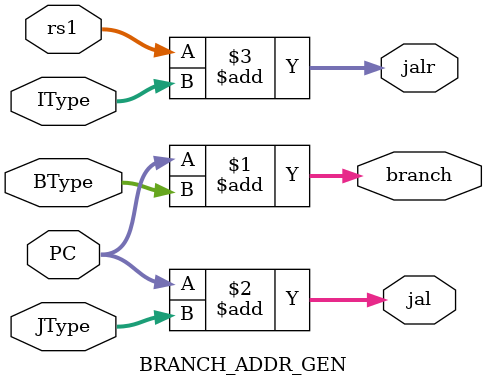
<source format=sv>
`timescale 1ns / 1ps


module BRANCH_ADDR_GEN(
    input logic [31:0] PC,
    input logic [31:0] JType,
    input logic [31:0] BType,
    input logic [31:0] IType,
    input logic [31:0] rs1,
    
    output logic [31:0] jal,
    output logic [31:0] branch,
    output logic [31:0] jalr
    );
    
    assign branch = PC + BType;
    assign jal = PC + JType;
    assign jalr = rs1 + IType;

endmodule

</source>
